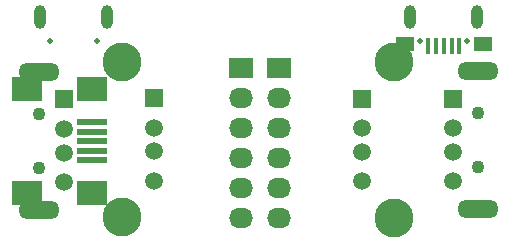
<source format=gts>
G04 #@! TF.FileFunction,Soldermask,Top*
%FSLAX46Y46*%
G04 Gerber Fmt 4.6, Leading zero omitted, Abs format (unit mm)*
G04 Created by KiCad (PCBNEW (2015-01-08 BZR 5360)-product) date 2015-02-07T22:59:37 CET*
%MOMM*%
G01*
G04 APERTURE LIST*
%ADD10C,0.100000*%
%ADD11R,2.032000X1.727200*%
%ADD12O,2.032000X1.727200*%
%ADD13R,1.500000X1.500000*%
%ADD14C,1.500000*%
%ADD15C,3.300000*%
%ADD16O,3.500000X1.500000*%
%ADD17C,1.100000*%
%ADD18R,2.500000X0.500000*%
%ADD19R,2.500000X2.000000*%
%ADD20O,1.000000X2.000000*%
%ADD21R,0.400000X1.350000*%
%ADD22C,0.500000*%
%ADD23R,1.600000X1.200000*%
G04 APERTURE END LIST*
D10*
D11*
X80010000Y-66675000D03*
D12*
X80010000Y-69215000D03*
X80010000Y-71755000D03*
X80010000Y-74295000D03*
X80010000Y-76835000D03*
X80010000Y-79375000D03*
D11*
X83185000Y-66675000D03*
D12*
X83185000Y-69215000D03*
X83185000Y-71755000D03*
X83185000Y-74295000D03*
X83185000Y-76835000D03*
X83185000Y-79375000D03*
D13*
X72600000Y-69250000D03*
D14*
X72600000Y-71750000D03*
X72600000Y-73750000D03*
X72600000Y-76250000D03*
D15*
X69890000Y-79321000D03*
X69890000Y-66179000D03*
D13*
X90200000Y-69300000D03*
D14*
X90200000Y-71800000D03*
X90200000Y-73800000D03*
X90200000Y-76300000D03*
D15*
X92910000Y-79371000D03*
X92910000Y-66229000D03*
D14*
X97900000Y-76300000D03*
X97900000Y-73800000D03*
X97900000Y-71800000D03*
D13*
X97900000Y-69300000D03*
D16*
X100000000Y-66950000D03*
X100000000Y-78650000D03*
D17*
X100000000Y-75100000D03*
X100000000Y-70500000D03*
D14*
X65000000Y-76350000D03*
X65000000Y-73850000D03*
X65000000Y-71850000D03*
D13*
X65000000Y-69350000D03*
D16*
X62900000Y-67000000D03*
X62900000Y-78700000D03*
D17*
X62900000Y-75150000D03*
X62900000Y-70550000D03*
D18*
X67350000Y-71300000D03*
X67350000Y-72100000D03*
X67350000Y-72900000D03*
X67350000Y-73700000D03*
X67350000Y-74500000D03*
D19*
X61850000Y-77300000D03*
X67350000Y-77300000D03*
X67350000Y-68500000D03*
X61850000Y-68500000D03*
D20*
X94325000Y-62400000D03*
D21*
X98450000Y-64800000D03*
X97800000Y-64800000D03*
X97150000Y-64800000D03*
X96500000Y-64800000D03*
X95850000Y-64800000D03*
D20*
X99975000Y-62400000D03*
D22*
X95150000Y-64400000D03*
X99150000Y-64400000D03*
D23*
X100450000Y-64650000D03*
X93850000Y-64650000D03*
D20*
X68625000Y-62400000D03*
X62975000Y-62400000D03*
D22*
X67800000Y-64400000D03*
X63800000Y-64400000D03*
M02*

</source>
